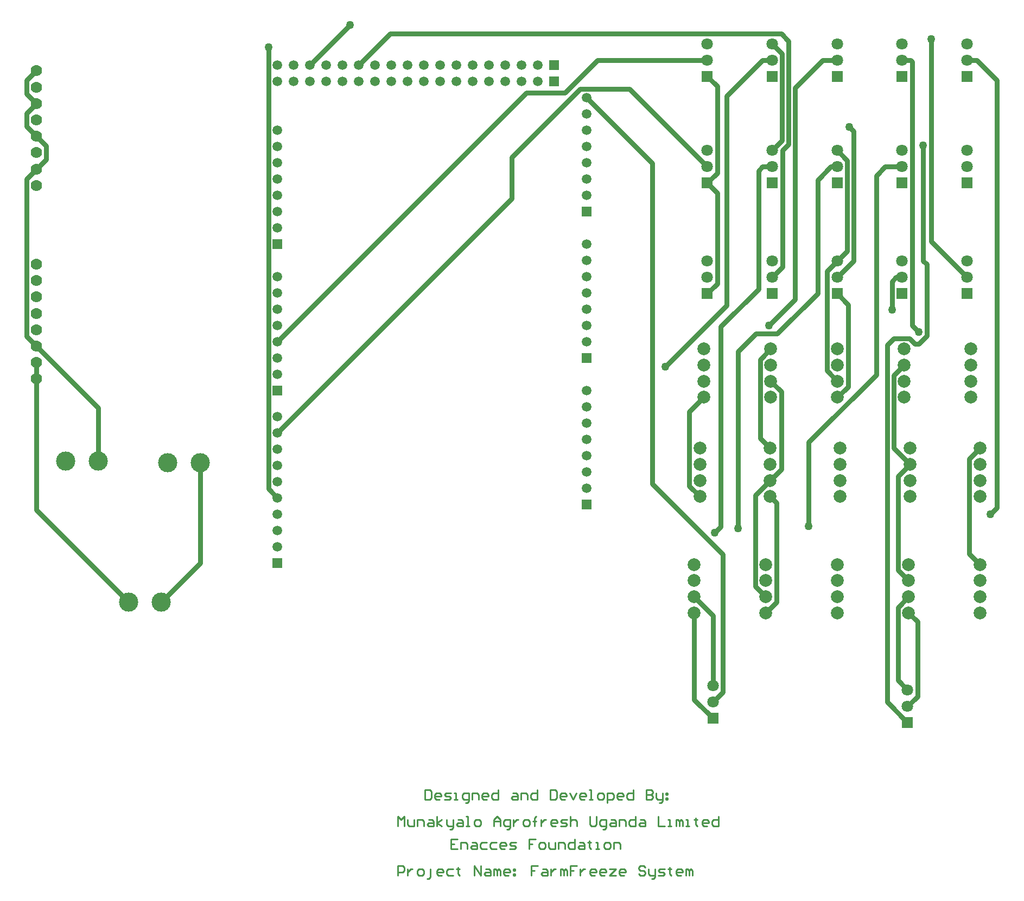
<source format=gtl>
G04*
G04 #@! TF.GenerationSoftware,Altium Limited,CircuitMaker, ()*
G04*
G04 Layer_Physical_Order=1*
G04 Layer_Color=25308*
%FSLAX25Y25*%
%MOIN*%
G70*
G04*
G04 #@! TF.SameCoordinates,C26F3102-9BEA-4C27-960F-8064AF7766A3*
G04*
G04*
G04 #@! TF.FilePolarity,Positive*
G04*
G01*
G75*
%ADD12C,0.01000*%
%ADD23C,0.03000*%
%ADD24C,0.05905*%
%ADD25R,0.05905X0.05905*%
%ADD26R,0.05905X0.05905*%
%ADD27C,0.07000*%
%ADD28C,0.11811*%
%ADD29R,0.07087X0.07087*%
%ADD30C,0.07087*%
%ADD31C,0.07874*%
%ADD32C,0.05000*%
D12*
X362500Y82499D02*
Y88497D01*
X365499D01*
X366499Y87498D01*
Y85498D01*
X365499Y84499D01*
X362500D01*
X368498Y86498D02*
Y82499D01*
Y84499D01*
X369498Y85498D01*
X370497Y86498D01*
X371497D01*
X375496Y82499D02*
X377495D01*
X378495Y83499D01*
Y85498D01*
X377495Y86498D01*
X375496D01*
X374496Y85498D01*
Y83499D01*
X375496Y82499D01*
X380494Y80500D02*
X381494D01*
X382493Y81500D01*
Y86498D01*
X389491Y82499D02*
X387492D01*
X386492Y83499D01*
Y85498D01*
X387492Y86498D01*
X389491D01*
X390491Y85498D01*
Y84499D01*
X386492D01*
X396489Y86498D02*
X393490D01*
X392490Y85498D01*
Y83499D01*
X393490Y82499D01*
X396489D01*
X399488Y87498D02*
Y86498D01*
X398488D01*
X400488D01*
X399488D01*
Y83499D01*
X400488Y82499D01*
X409485D02*
Y88497D01*
X413483Y82499D01*
Y88497D01*
X416482Y86498D02*
X418482D01*
X419482Y85498D01*
Y82499D01*
X416482D01*
X415483Y83499D01*
X416482Y84499D01*
X419482D01*
X421481Y82499D02*
Y86498D01*
X422481D01*
X423480Y85498D01*
Y82499D01*
Y85498D01*
X424480Y86498D01*
X425480Y85498D01*
Y82499D01*
X430478D02*
X428479D01*
X427479Y83499D01*
Y85498D01*
X428479Y86498D01*
X430478D01*
X431478Y85498D01*
Y84499D01*
X427479D01*
X433477Y86498D02*
X434477D01*
Y85498D01*
X433477D01*
Y86498D01*
Y83499D02*
X434477D01*
Y82499D01*
X433477D01*
Y83499D01*
X448472Y88497D02*
X444474D01*
Y85498D01*
X446473D01*
X444474D01*
Y82499D01*
X451471Y86498D02*
X453471D01*
X454470Y85498D01*
Y82499D01*
X451471D01*
X450471Y83499D01*
X451471Y84499D01*
X454470D01*
X456470Y86498D02*
Y82499D01*
Y84499D01*
X457469Y85498D01*
X458469Y86498D01*
X459469D01*
X462468Y82499D02*
Y86498D01*
X463467D01*
X464467Y85498D01*
Y82499D01*
Y85498D01*
X465467Y86498D01*
X466466Y85498D01*
Y82499D01*
X472464Y88497D02*
X468466D01*
Y85498D01*
X470465D01*
X468466D01*
Y82499D01*
X474464Y86498D02*
Y82499D01*
Y84499D01*
X475463Y85498D01*
X476463Y86498D01*
X477463D01*
X483461Y82499D02*
X481461D01*
X480462Y83499D01*
Y85498D01*
X481461Y86498D01*
X483461D01*
X484460Y85498D01*
Y84499D01*
X480462D01*
X489459Y82499D02*
X487460D01*
X486460Y83499D01*
Y85498D01*
X487460Y86498D01*
X489459D01*
X490459Y85498D01*
Y84499D01*
X486460D01*
X492458Y86498D02*
X496457D01*
X492458Y82499D01*
X496457D01*
X501455D02*
X499456D01*
X498456Y83499D01*
Y85498D01*
X499456Y86498D01*
X501455D01*
X502455Y85498D01*
Y84499D01*
X498456D01*
X514451Y87498D02*
X513451Y88497D01*
X511452D01*
X510452Y87498D01*
Y86498D01*
X511452Y85498D01*
X513451D01*
X514451Y84499D01*
Y83499D01*
X513451Y82499D01*
X511452D01*
X510452Y83499D01*
X516450Y86498D02*
Y83499D01*
X517450Y82499D01*
X520449D01*
Y81500D01*
X519449Y80500D01*
X518449D01*
X520449Y82499D02*
Y86498D01*
X522448Y82499D02*
X525447D01*
X526447Y83499D01*
X525447Y84499D01*
X523448D01*
X522448Y85498D01*
X523448Y86498D01*
X526447D01*
X529446Y87498D02*
Y86498D01*
X528446D01*
X530446D01*
X529446D01*
Y83499D01*
X530446Y82499D01*
X536444D02*
X534444D01*
X533445Y83499D01*
Y85498D01*
X534444Y86498D01*
X536444D01*
X537443Y85498D01*
Y84499D01*
X533445D01*
X539443Y82499D02*
Y86498D01*
X540442D01*
X541442Y85498D01*
Y82499D01*
Y85498D01*
X542442Y86498D01*
X543441Y85498D01*
Y82499D01*
X362500Y112833D02*
Y118831D01*
X364499Y116832D01*
X366499Y118831D01*
Y112833D01*
X368498Y116832D02*
Y113833D01*
X369498Y112833D01*
X372497D01*
Y116832D01*
X374496Y112833D02*
Y116832D01*
X377495D01*
X378495Y115832D01*
Y112833D01*
X381494Y116832D02*
X383493D01*
X384493Y115832D01*
Y112833D01*
X381494D01*
X380494Y113833D01*
X381494Y114832D01*
X384493D01*
X386492Y112833D02*
Y118831D01*
Y114832D02*
X389491Y116832D01*
X386492Y114832D02*
X389491Y112833D01*
X392490Y116832D02*
Y113833D01*
X393490Y112833D01*
X396489D01*
Y111833D01*
X395489Y110834D01*
X394490D01*
X396489Y112833D02*
Y116832D01*
X399488D02*
X401487D01*
X402487Y115832D01*
Y112833D01*
X399488D01*
X398488Y113833D01*
X399488Y114832D01*
X402487D01*
X404486Y112833D02*
X406486D01*
X405486D01*
Y118831D01*
X404486D01*
X410485Y112833D02*
X412484D01*
X413483Y113833D01*
Y115832D01*
X412484Y116832D01*
X410485D01*
X409485Y115832D01*
Y113833D01*
X410485Y112833D01*
X421481D02*
Y116832D01*
X423480Y118831D01*
X425480Y116832D01*
Y112833D01*
Y115832D01*
X421481D01*
X429478Y110834D02*
X430478D01*
X431478Y111833D01*
Y116832D01*
X428479D01*
X427479Y115832D01*
Y113833D01*
X428479Y112833D01*
X431478D01*
X433477Y116832D02*
Y112833D01*
Y114832D01*
X434477Y115832D01*
X435476Y116832D01*
X436476D01*
X440475Y112833D02*
X442474D01*
X443474Y113833D01*
Y115832D01*
X442474Y116832D01*
X440475D01*
X439475Y115832D01*
Y113833D01*
X440475Y112833D01*
X446473D02*
Y117831D01*
Y115832D01*
X445473D01*
X447472D01*
X446473D01*
Y117831D01*
X447472Y118831D01*
X450471Y116832D02*
Y112833D01*
Y114832D01*
X451471Y115832D01*
X452471Y116832D01*
X453471D01*
X459469Y112833D02*
X457469D01*
X456470Y113833D01*
Y115832D01*
X457469Y116832D01*
X459469D01*
X460468Y115832D01*
Y114832D01*
X456470D01*
X462468Y112833D02*
X465467D01*
X466466Y113833D01*
X465467Y114832D01*
X463467D01*
X462468Y115832D01*
X463467Y116832D01*
X466466D01*
X468466Y118831D02*
Y112833D01*
Y115832D01*
X469465Y116832D01*
X471465D01*
X472464Y115832D01*
Y112833D01*
X480462Y118831D02*
Y113833D01*
X481461Y112833D01*
X483461D01*
X484460Y113833D01*
Y118831D01*
X488459Y110834D02*
X489459D01*
X490459Y111833D01*
Y116832D01*
X487460D01*
X486460Y115832D01*
Y113833D01*
X487460Y112833D01*
X490459D01*
X493458Y116832D02*
X495457D01*
X496457Y115832D01*
Y112833D01*
X493458D01*
X492458Y113833D01*
X493458Y114832D01*
X496457D01*
X498456Y112833D02*
Y116832D01*
X501455D01*
X502455Y115832D01*
Y112833D01*
X508453Y118831D02*
Y112833D01*
X505454D01*
X504454Y113833D01*
Y115832D01*
X505454Y116832D01*
X508453D01*
X511452D02*
X513451D01*
X514451Y115832D01*
Y112833D01*
X511452D01*
X510452Y113833D01*
X511452Y114832D01*
X514451D01*
X522448Y118831D02*
Y112833D01*
X526447D01*
X528446D02*
X530446D01*
X529446D01*
Y116832D01*
X528446D01*
X533445Y112833D02*
Y116832D01*
X534444D01*
X535444Y115832D01*
Y112833D01*
Y115832D01*
X536444Y116832D01*
X537443Y115832D01*
Y112833D01*
X539443D02*
X541442D01*
X540442D01*
Y116832D01*
X539443D01*
X545441Y117831D02*
Y116832D01*
X544441D01*
X546441D01*
X545441D01*
Y113833D01*
X546441Y112833D01*
X552439D02*
X550439D01*
X549439Y113833D01*
Y115832D01*
X550439Y116832D01*
X552439D01*
X553438Y115832D01*
Y114832D01*
X549439D01*
X559436Y118831D02*
Y112833D01*
X556437D01*
X555438Y113833D01*
Y115832D01*
X556437Y116832D01*
X559436D01*
X398999Y104664D02*
X395000D01*
Y98666D01*
X398999D01*
X395000Y101665D02*
X396999D01*
X400998Y98666D02*
Y102664D01*
X403997D01*
X404997Y101665D01*
Y98666D01*
X407996Y102664D02*
X409995D01*
X410995Y101665D01*
Y98666D01*
X407996D01*
X406996Y99665D01*
X407996Y100665D01*
X410995D01*
X416993Y102664D02*
X413994D01*
X412994Y101665D01*
Y99665D01*
X413994Y98666D01*
X416993D01*
X422991Y102664D02*
X419992D01*
X418992Y101665D01*
Y99665D01*
X419992Y98666D01*
X422991D01*
X427989D02*
X425990D01*
X424990Y99665D01*
Y101665D01*
X425990Y102664D01*
X427989D01*
X428989Y101665D01*
Y100665D01*
X424990D01*
X430988Y98666D02*
X433987D01*
X434987Y99665D01*
X433987Y100665D01*
X431988D01*
X430988Y101665D01*
X431988Y102664D01*
X434987D01*
X446983Y104664D02*
X442984D01*
Y101665D01*
X444984D01*
X442984D01*
Y98666D01*
X449982D02*
X451982D01*
X452981Y99665D01*
Y101665D01*
X451982Y102664D01*
X449982D01*
X448982Y101665D01*
Y99665D01*
X449982Y98666D01*
X454981Y102664D02*
Y99665D01*
X455980Y98666D01*
X458979D01*
Y102664D01*
X460979Y98666D02*
Y102664D01*
X463978D01*
X464977Y101665D01*
Y98666D01*
X470975Y104664D02*
Y98666D01*
X467976D01*
X466977Y99665D01*
Y101665D01*
X467976Y102664D01*
X470975D01*
X473975D02*
X475974D01*
X476973Y101665D01*
Y98666D01*
X473975D01*
X472975Y99665D01*
X473975Y100665D01*
X476973D01*
X479973Y103664D02*
Y102664D01*
X478973D01*
X480972D01*
X479973D01*
Y99665D01*
X480972Y98666D01*
X483971D02*
X485971D01*
X484971D01*
Y102664D01*
X483971D01*
X489969Y98666D02*
X491969D01*
X492968Y99665D01*
Y101665D01*
X491969Y102664D01*
X489969D01*
X488970Y101665D01*
Y99665D01*
X489969Y98666D01*
X494968D02*
Y102664D01*
X497967D01*
X498966Y101665D01*
Y98666D01*
X379000Y134997D02*
Y128999D01*
X381999D01*
X382999Y129999D01*
Y133998D01*
X381999Y134997D01*
X379000D01*
X387997Y128999D02*
X385998D01*
X384998Y129999D01*
Y131998D01*
X385998Y132998D01*
X387997D01*
X388997Y131998D01*
Y130999D01*
X384998D01*
X390996Y128999D02*
X393995D01*
X394995Y129999D01*
X393995Y130999D01*
X391996D01*
X390996Y131998D01*
X391996Y132998D01*
X394995D01*
X396994Y128999D02*
X398993D01*
X397994D01*
Y132998D01*
X396994D01*
X403992Y127000D02*
X404992D01*
X405991Y128000D01*
Y132998D01*
X402992D01*
X401993Y131998D01*
Y129999D01*
X402992Y128999D01*
X405991D01*
X407991D02*
Y132998D01*
X410990D01*
X411989Y131998D01*
Y128999D01*
X416988D02*
X414988D01*
X413989Y129999D01*
Y131998D01*
X414988Y132998D01*
X416988D01*
X417987Y131998D01*
Y130999D01*
X413989D01*
X423985Y134997D02*
Y128999D01*
X420986D01*
X419987Y129999D01*
Y131998D01*
X420986Y132998D01*
X423985D01*
X432982D02*
X434982D01*
X435982Y131998D01*
Y128999D01*
X432982D01*
X431983Y129999D01*
X432982Y130999D01*
X435982D01*
X437981Y128999D02*
Y132998D01*
X440980D01*
X441980Y131998D01*
Y128999D01*
X447978Y134997D02*
Y128999D01*
X444979D01*
X443979Y129999D01*
Y131998D01*
X444979Y132998D01*
X447978D01*
X455975Y134997D02*
Y128999D01*
X458974D01*
X459974Y129999D01*
Y133998D01*
X458974Y134997D01*
X455975D01*
X464972Y128999D02*
X462973D01*
X461973Y129999D01*
Y131998D01*
X462973Y132998D01*
X464972D01*
X465972Y131998D01*
Y130999D01*
X461973D01*
X467971Y132998D02*
X469971Y128999D01*
X471970Y132998D01*
X476968Y128999D02*
X474969D01*
X473969Y129999D01*
Y131998D01*
X474969Y132998D01*
X476968D01*
X477968Y131998D01*
Y130999D01*
X473969D01*
X479967Y128999D02*
X481967D01*
X480967D01*
Y134997D01*
X479967D01*
X485965Y128999D02*
X487965D01*
X488964Y129999D01*
Y131998D01*
X487965Y132998D01*
X485965D01*
X484966Y131998D01*
Y129999D01*
X485965Y128999D01*
X490964Y127000D02*
Y132998D01*
X493963D01*
X494963Y131998D01*
Y129999D01*
X493963Y128999D01*
X490964D01*
X499961D02*
X497962D01*
X496962Y129999D01*
Y131998D01*
X497962Y132998D01*
X499961D01*
X500960Y131998D01*
Y130999D01*
X496962D01*
X506959Y134997D02*
Y128999D01*
X503960D01*
X502960Y129999D01*
Y131998D01*
X503960Y132998D01*
X506959D01*
X514956Y134997D02*
Y128999D01*
X517955D01*
X518955Y129999D01*
Y130999D01*
X517955Y131998D01*
X514956D01*
X517955D01*
X518955Y132998D01*
Y133998D01*
X517955Y134997D01*
X514956D01*
X520954Y132998D02*
Y129999D01*
X521954Y128999D01*
X524953D01*
Y128000D01*
X523953Y127000D01*
X522953D01*
X524953Y128999D02*
Y132998D01*
X526952D02*
X527952D01*
Y131998D01*
X526952D01*
Y132998D01*
Y129999D02*
X527952D01*
Y128999D01*
X526952D01*
Y129999D01*
D23*
X632250Y528000D02*
X638300Y521950D01*
Y466050D02*
Y521950D01*
X632250Y460000D02*
X638300Y466050D01*
X592375Y528000D02*
X598500Y534125D01*
Y587375D01*
X592375Y593500D02*
X598500Y587375D01*
X544500Y253800D02*
X556000Y242300D01*
Y199000D02*
Y242300D01*
X623400Y583500D02*
X632250D01*
X606500Y566600D02*
X623400Y583500D01*
X606500Y436600D02*
Y566600D01*
X590400Y420500D02*
X606500Y436600D01*
X672125Y583500D02*
X677200D01*
X678200Y582500D01*
Y420500D02*
Y582500D01*
Y420500D02*
X682200Y416500D01*
X712000Y583500D02*
X718100D01*
X730500Y571100D01*
Y308500D02*
Y571100D01*
X726500Y304500D02*
X730500Y308500D01*
X504547Y565953D02*
X552500Y518000D01*
X474500Y565953D02*
X504547D01*
X432500Y523953D02*
X474500Y565953D01*
X432500Y498500D02*
Y523953D01*
X288500Y354500D02*
X432500Y498500D01*
X628500Y518000D02*
X632250D01*
X620200Y509700D02*
X628500Y518000D01*
X620200Y440300D02*
Y509700D01*
X595400Y415500D02*
X620200Y440300D01*
X582500Y415500D02*
X595400D01*
X571400Y404400D02*
X582500Y415500D01*
X571400Y295800D02*
Y404400D01*
X614800Y297000D02*
Y348900D01*
X656200Y390300D01*
Y512500D01*
X661700Y518000D01*
X672125D01*
X283000Y320000D02*
Y591500D01*
Y320000D02*
X288500Y314500D01*
X338500Y580500D02*
X357700Y599700D01*
X598100D01*
X602500Y595300D01*
Y531880D02*
Y595300D01*
X598800Y528180D02*
X602500Y531880D01*
X598800Y456425D02*
Y528180D01*
X592375Y450000D02*
X598800Y456425D01*
X632250Y450000D02*
X642300Y460050D01*
Y539700D01*
X639600Y542400D02*
X642300Y539700D01*
X668500Y450000D02*
X672125D01*
X666000Y447500D02*
X668500Y450000D01*
X666000Y430200D02*
Y447500D01*
X690000Y472000D02*
X712000Y450000D01*
X690000Y472000D02*
Y596400D01*
X308500Y580500D02*
X333000Y605000D01*
X663000Y189000D02*
X675500Y176500D01*
X663000Y189000D02*
Y408500D01*
X667000Y412500D01*
X676700D01*
X679900Y409300D01*
X682500D01*
X687300Y414100D01*
Y458000D01*
X685000Y460300D02*
X687300Y458000D01*
X685000Y460300D02*
Y531000D01*
X556000Y189000D02*
X562100Y195100D01*
Y279900D01*
X518800Y323200D02*
X562100Y279900D01*
X518800Y323200D02*
Y520200D01*
X478500Y560500D02*
X518800Y520200D01*
X485133Y583500D02*
X552500D01*
X465133Y563500D02*
X485133Y583500D01*
X441500Y563500D02*
X465133D01*
X288500Y410500D02*
X441500Y563500D01*
X586500Y518000D02*
X592375D01*
X583900Y515400D02*
X586500Y518000D01*
X583900Y442900D02*
Y515400D01*
X560700Y419700D02*
X583900Y442900D01*
X560700Y296800D02*
Y419700D01*
X556900Y293000D02*
X560700Y296800D01*
X586300Y583500D02*
X592375D01*
X564400Y561600D02*
X586300Y583500D01*
X564400Y432800D02*
Y561600D01*
X526600Y395000D02*
X564400Y432800D01*
X669600Y270175D02*
X676125Y263650D01*
X669600Y270175D02*
Y327750D01*
X677000Y335150D01*
X140500Y307000D02*
Y387646D01*
Y307000D02*
X197000Y250500D01*
X667000Y345150D02*
X677000Y335150D01*
X667000Y345150D02*
Y389650D01*
X673500Y396150D01*
X581900Y316200D02*
X591000Y325300D01*
X581900Y260275D02*
Y316200D01*
Y260275D02*
X588375Y253800D01*
X541500Y321950D02*
X548000Y315450D01*
X541500Y321950D02*
Y367450D01*
X550500Y376450D01*
X591000Y315450D02*
X594900Y311550D01*
Y250475D02*
Y311550D01*
X588375Y243950D02*
X594900Y250475D01*
X713500Y338500D02*
X720000Y345000D01*
X713500Y280000D02*
Y338500D01*
Y280000D02*
X720000Y273500D01*
X140500Y407789D02*
X178500Y369789D01*
Y337000D02*
Y369789D01*
X241000Y274500D02*
Y336000D01*
X217000Y250500D02*
X241000Y274500D01*
X544500Y190500D02*
Y243950D01*
Y190500D02*
X556000Y179000D01*
X669600Y247275D02*
X676125Y253800D01*
X669600Y202400D02*
Y247275D01*
Y202400D02*
X675500Y196500D01*
Y186500D02*
X681600Y192600D01*
Y238475D01*
X676125Y243950D02*
X681600Y238475D01*
X591000Y325300D02*
X598000Y332300D01*
Y379800D01*
X591500Y386300D02*
X598000Y379800D01*
X585000Y351000D02*
X591000Y345000D01*
X585000Y351000D02*
Y399500D01*
X591500Y406000D01*
X626000Y392800D02*
X632500Y386300D01*
X626000Y392800D02*
Y453750D01*
X632250Y460000D01*
X632500Y376450D02*
X639000Y382950D01*
Y433250D01*
X632250Y440000D02*
X639000Y433250D01*
X134500Y510575D02*
X140500Y516575D01*
X134500Y413789D02*
Y510575D01*
Y413789D02*
X140500Y407789D01*
X552500Y440000D02*
X558600Y446100D01*
Y501900D01*
X552500Y508000D02*
X558600Y501900D01*
X552500Y508000D02*
X558600Y514100D01*
Y567400D01*
X552500Y573500D02*
X558600Y567400D01*
X140500Y536718D02*
X146500Y530718D01*
Y522575D02*
Y530718D01*
X140500Y516575D02*
X146500Y522575D01*
X134500Y562858D02*
X140500Y556858D01*
X134500Y562858D02*
Y571000D01*
X140500Y577000D01*
X134500Y550858D02*
X140500Y556858D01*
X134500Y542718D02*
Y550858D01*
Y542718D02*
X140500Y536718D01*
Y387646D02*
Y397717D01*
D24*
X288500Y570500D02*
D03*
X298500D02*
D03*
X308500D02*
D03*
X288500Y580500D02*
D03*
X298500D02*
D03*
X308500D02*
D03*
X318500Y570500D02*
D03*
X328500D02*
D03*
X338500D02*
D03*
X348500D02*
D03*
X358500D02*
D03*
X368500D02*
D03*
X378500D02*
D03*
X318500Y580500D02*
D03*
X328500D02*
D03*
X338500D02*
D03*
X348500D02*
D03*
X358500D02*
D03*
X368500D02*
D03*
X378500D02*
D03*
X448500D02*
D03*
X438500D02*
D03*
X428500D02*
D03*
X418500D02*
D03*
X408500D02*
D03*
X398500D02*
D03*
X388500D02*
D03*
X448500Y570500D02*
D03*
X438500D02*
D03*
X428500D02*
D03*
X418500D02*
D03*
X408500D02*
D03*
X398500D02*
D03*
X388500D02*
D03*
X288500Y540500D02*
D03*
Y530500D02*
D03*
Y520500D02*
D03*
Y510500D02*
D03*
Y500500D02*
D03*
Y490500D02*
D03*
Y480500D02*
D03*
X478500Y500500D02*
D03*
Y510500D02*
D03*
Y520500D02*
D03*
Y530500D02*
D03*
Y540500D02*
D03*
Y550500D02*
D03*
Y560500D02*
D03*
Y470500D02*
D03*
Y460500D02*
D03*
Y380500D02*
D03*
Y370500D02*
D03*
Y320500D02*
D03*
Y330500D02*
D03*
Y340500D02*
D03*
Y350500D02*
D03*
Y360500D02*
D03*
Y450500D02*
D03*
Y440500D02*
D03*
Y430500D02*
D03*
Y420500D02*
D03*
Y410500D02*
D03*
X288500Y450500D02*
D03*
Y440500D02*
D03*
Y390500D02*
D03*
Y400500D02*
D03*
Y410500D02*
D03*
Y420500D02*
D03*
Y430500D02*
D03*
Y364500D02*
D03*
Y354500D02*
D03*
Y344500D02*
D03*
Y334500D02*
D03*
Y284500D02*
D03*
Y294500D02*
D03*
Y304500D02*
D03*
Y314500D02*
D03*
Y324500D02*
D03*
D25*
X458500Y580500D02*
D03*
Y570500D02*
D03*
D26*
X288500Y470500D02*
D03*
X478500Y490500D02*
D03*
Y310500D02*
D03*
Y400500D02*
D03*
X288500Y380500D02*
D03*
Y274500D02*
D03*
D27*
X140500Y417860D02*
D03*
Y407789D02*
D03*
Y397717D02*
D03*
Y387646D02*
D03*
Y458142D02*
D03*
Y448071D02*
D03*
Y438000D02*
D03*
Y427929D02*
D03*
Y546787D02*
D03*
Y556858D02*
D03*
Y566929D02*
D03*
Y577000D02*
D03*
Y506504D02*
D03*
Y516575D02*
D03*
Y526647D02*
D03*
Y536718D02*
D03*
D28*
X217000Y250500D02*
D03*
X197000D02*
D03*
X178500Y337000D02*
D03*
X158500D02*
D03*
X241000Y336000D02*
D03*
X221000D02*
D03*
D29*
X556000Y179000D02*
D03*
X552500Y440000D02*
D03*
Y508000D02*
D03*
Y573500D02*
D03*
X592375Y440000D02*
D03*
Y508000D02*
D03*
Y573500D02*
D03*
X632250Y440000D02*
D03*
Y508000D02*
D03*
Y573500D02*
D03*
X712000Y440000D02*
D03*
Y508000D02*
D03*
Y573500D02*
D03*
X675500Y176500D02*
D03*
X672125Y440000D02*
D03*
Y508000D02*
D03*
Y573500D02*
D03*
D30*
X556000Y189000D02*
D03*
Y199000D02*
D03*
X552500Y460000D02*
D03*
Y450000D02*
D03*
Y528000D02*
D03*
Y518000D02*
D03*
Y593500D02*
D03*
Y583500D02*
D03*
X592375Y460000D02*
D03*
Y450000D02*
D03*
Y528000D02*
D03*
Y518000D02*
D03*
Y593500D02*
D03*
Y583500D02*
D03*
X632250Y460000D02*
D03*
Y450000D02*
D03*
Y528000D02*
D03*
Y518000D02*
D03*
Y593500D02*
D03*
Y583500D02*
D03*
X712000Y460000D02*
D03*
Y450000D02*
D03*
Y528000D02*
D03*
Y518000D02*
D03*
Y593500D02*
D03*
Y583500D02*
D03*
X675500Y186500D02*
D03*
Y196500D02*
D03*
X672125Y460000D02*
D03*
Y450000D02*
D03*
Y528000D02*
D03*
Y518000D02*
D03*
Y593500D02*
D03*
Y583500D02*
D03*
D31*
X588375Y273500D02*
D03*
Y263650D02*
D03*
Y253800D02*
D03*
Y243950D02*
D03*
X591000Y345000D02*
D03*
Y335150D02*
D03*
Y325300D02*
D03*
Y315450D02*
D03*
X591500Y406000D02*
D03*
Y396150D02*
D03*
Y386300D02*
D03*
Y376450D02*
D03*
X632250Y273500D02*
D03*
Y263650D02*
D03*
Y253800D02*
D03*
Y243950D02*
D03*
X634000Y345000D02*
D03*
Y335150D02*
D03*
Y325300D02*
D03*
Y315450D02*
D03*
X632500Y406000D02*
D03*
Y396150D02*
D03*
Y386300D02*
D03*
Y376450D02*
D03*
X720000Y273500D02*
D03*
Y263650D02*
D03*
Y253800D02*
D03*
Y243950D02*
D03*
Y345000D02*
D03*
Y335150D02*
D03*
Y325300D02*
D03*
Y315450D02*
D03*
X714500Y406000D02*
D03*
Y396150D02*
D03*
Y386300D02*
D03*
Y376450D02*
D03*
X544500Y273500D02*
D03*
Y263650D02*
D03*
Y253800D02*
D03*
Y243950D02*
D03*
X548000Y345000D02*
D03*
Y335150D02*
D03*
Y325300D02*
D03*
Y315450D02*
D03*
X550500Y406000D02*
D03*
Y396150D02*
D03*
Y386300D02*
D03*
Y376450D02*
D03*
X676125Y273500D02*
D03*
Y263650D02*
D03*
Y253800D02*
D03*
Y243950D02*
D03*
X677000Y345000D02*
D03*
Y335150D02*
D03*
Y325300D02*
D03*
Y315450D02*
D03*
X673500Y406000D02*
D03*
Y396150D02*
D03*
Y386300D02*
D03*
Y376450D02*
D03*
D32*
X590400Y420500D02*
D03*
X682200Y416500D02*
D03*
X726500Y304500D02*
D03*
X571400Y295800D02*
D03*
X614800Y297000D02*
D03*
X283000Y591500D02*
D03*
X639600Y542400D02*
D03*
X666000Y430200D02*
D03*
X690000Y596400D02*
D03*
X333000Y605000D02*
D03*
X685000Y531000D02*
D03*
X556900Y293000D02*
D03*
X526600Y395000D02*
D03*
M02*

</source>
